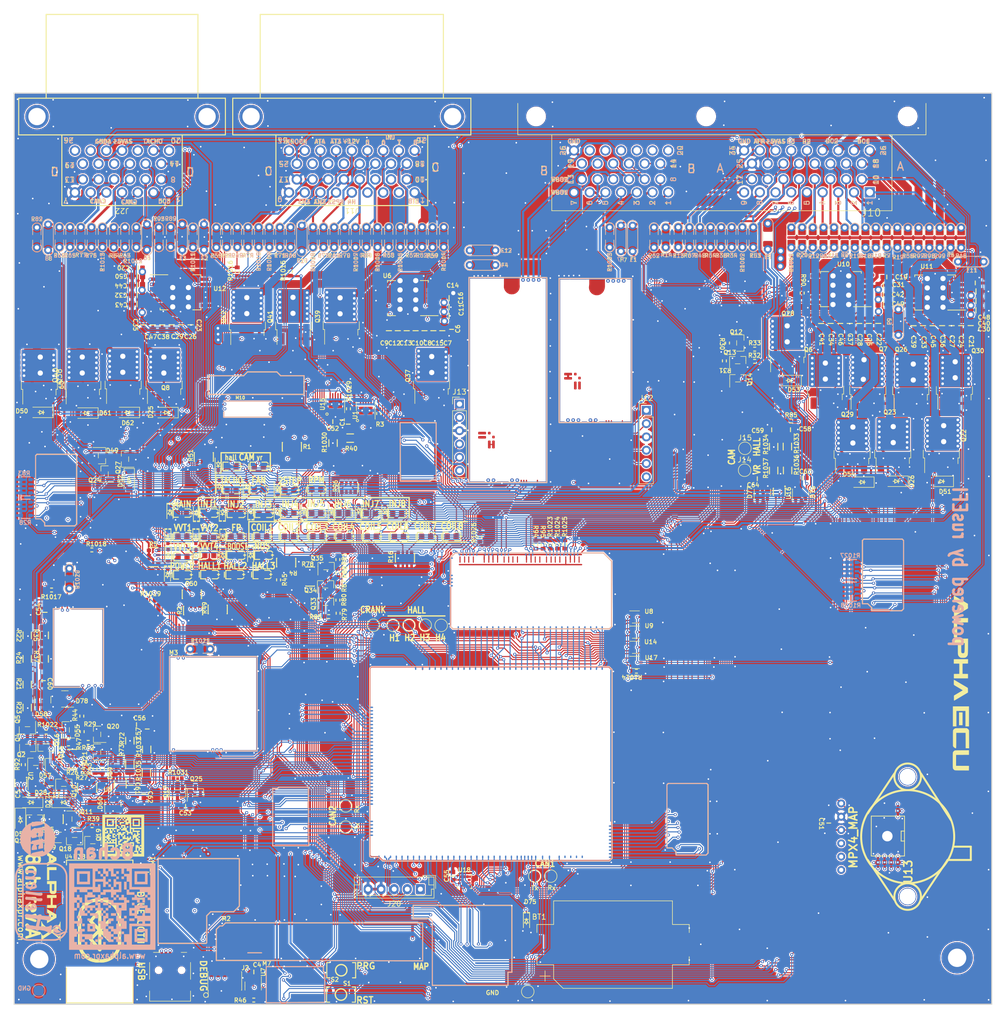
<source format=kicad_pcb>
(kicad_pcb (version 20211014) (generator pcbnew)

  (general
    (thickness 1.6)
  )

  (paper "A")
  (title_block
    (title "alpha8ch")
    (date "2022-12-17")
    (rev "a")
  )

  (layers
    (0 "F.Cu" signal)
    (1 "In1.Cu" signal)
    (2 "In2.Cu" signal)
    (31 "B.Cu" signal)
    (32 "B.Adhes" user "B.Adhesive")
    (33 "F.Adhes" user "F.Adhesive")
    (34 "B.Paste" user)
    (35 "F.Paste" user)
    (36 "B.SilkS" user "B.Silkscreen")
    (37 "F.SilkS" user "F.Silkscreen")
    (38 "B.Mask" user)
    (39 "F.Mask" user)
    (40 "Dwgs.User" user "User.Drawings")
    (41 "Cmts.User" user "User.Comments")
    (42 "Eco1.User" user "User.Eco1")
    (43 "Eco2.User" user "User.Eco2")
    (44 "Edge.Cuts" user)
    (45 "Margin" user)
    (46 "B.CrtYd" user "B.Courtyard")
    (47 "F.CrtYd" user "F.Courtyard")
    (48 "B.Fab" user)
    (49 "F.Fab" user)
  )

  (setup
    (stackup
      (layer "F.SilkS" (type "Top Silk Screen"))
      (layer "F.Paste" (type "Top Solder Paste"))
      (layer "F.Mask" (type "Top Solder Mask") (color "Green") (thickness 0.01))
      (layer "F.Cu" (type "copper") (thickness 0.035))
      (layer "dielectric 1" (type "core") (thickness 0.35) (material "FR4") (epsilon_r 4.5) (loss_tangent 0.02))
      (layer "In1.Cu" (type "copper") (thickness 0.018))
      (layer "dielectric 2" (type "prepreg") (thickness 0.774) (material "FR4") (epsilon_r 4.5) (loss_tangent 0.02))
      (layer "In2.Cu" (type "copper") (thickness 0.018))
      (layer "dielectric 3" (type "core") (thickness 0.35) (material "FR4") (epsilon_r 4.5) (loss_tangent 0.02))
      (layer "B.Cu" (type "copper") (thickness 0.035))
      (layer "B.Mask" (type "Bottom Solder Mask") (color "Green") (thickness 0.01))
      (layer "B.Paste" (type "Bottom Solder Paste"))
      (layer "B.SilkS" (type "Bottom Silk Screen"))
      (copper_finish "None")
      (dielectric_constraints no)
    )
    (pad_to_mask_clearance 0)
    (aux_axis_origin 21.1 170.7)
    (pcbplotparams
      (layerselection 0x00310f8_ffffffff)
      (disableapertmacros true)
      (usegerberextensions true)
      (usegerberattributes false)
      (usegerberadvancedattributes true)
      (creategerberjobfile false)
      (svguseinch false)
      (svgprecision 6)
      (excludeedgelayer true)
      (plotframeref false)
      (viasonmask false)
      (mode 1)
      (useauxorigin true)
      (hpglpennumber 1)
      (hpglpenspeed 20)
      (hpglpendiameter 15.000000)
      (dxfpolygonmode true)
      (dxfimperialunits true)
      (dxfusepcbnewfont true)
      (psnegative false)
      (psa4output false)
      (plotreference true)
      (plotvalue false)
      (plotinvisibletext false)
      (sketchpadsonfab false)
      (subtractmaskfromsilk false)
      (outputformat 1)
      (mirror false)
      (drillshape 0)
      (scaleselection 1)
      (outputdirectory "gerber/")
    )
  )

  (net 0 "")
  (net 1 "GND")
  (net 2 "/IN_CRANK")
  (net 3 "+12V")
  (net 4 "/NRESET")
  (net 5 "unconnected-(J1-Pad4)")
  (net 6 "Net-(D12-Pad1)")
  (net 7 "/VBUS")
  (net 8 "Net-(D13-Pad1)")
  (net 9 "Net-(D14-Pad1)")
  (net 10 "Net-(D15-Pad1)")
  (net 11 "Net-(D28-Pad1)")
  (net 12 "unconnected-(M5-PadJ16)")
  (net 13 "unconnected-(M5-PadJ15)")
  (net 14 "+12V_ETB")
  (net 15 "Net-(D16-Pad1)")
  (net 16 "+5VA")
  (net 17 "Net-(D2-Pad1)")
  (net 18 "Net-(BT1-Pad1)")
  (net 19 "Net-(D3-Pad1)")
  (net 20 "/INJ1")
  (net 21 "/INJ2")
  (net 22 "/MAP2")
  (net 23 "/USB+")
  (net 24 "/USB-")
  (net 25 "+5V")
  (net 26 "/IGN1")
  (net 27 "/IGN2")
  (net 28 "Net-(D1-Pad1)")
  (net 29 "/VIGN")
  (net 30 "/BOOT0")
  (net 31 "/OUT_IGN1")
  (net 32 "/OUT_IGN2")
  (net 33 "+3V3")
  (net 34 "/OUT_INJ2")
  (net 35 "/OUT_INJ1")
  (net 36 "/OUT_NOS")
  (net 37 "/PWR_5VA")
  (net 38 "/PWR_3V3")
  (net 39 "/PWR_5V")
  (net 40 "/IN_2STEP")
  (net 41 "/OUT_FAN_RELAY")
  (net 42 "/OUT_TACH")
  (net 43 "/IN_CAM_HALL")
  (net 44 "Net-(D18-Pad2)")
  (net 45 "Net-(D19-Pad2)")
  (net 46 "Net-(D17-Pad1)")
  (net 47 "/IN_HALL2")
  (net 48 "+5V_IGN")
  (net 49 "+3V3_IGN")
  (net 50 "+12V_RAW")
  (net 51 "/IN_HALL3")
  (net 52 "/IN_HALL4")
  (net 53 "Net-(C60-Pad1)")
  (net 54 "/OUT_PUMP_RELAY")
  (net 55 "/A4")
  (net 56 "/A3")
  (net 57 "/A2")
  (net 58 "/SWDIO")
  (net 59 "/SWCLK")
  (net 60 "/SWO")
  (net 61 "unconnected-(J2-Pad7)")
  (net 62 "unconnected-(J2-Pad8)")
  (net 63 "/OUT_IGN3")
  (net 64 "Net-(D23-Pad2)")
  (net 65 "/IN_CRANK-")
  (net 66 "/IN_CRANK+")
  (net 67 "Net-(C61-Pad1)")
  (net 68 "Net-(C62-Pad1)")
  (net 69 "Net-(C63-Pad1)")
  (net 70 "Net-(C64-Pad1)")
  (net 71 "/OUT_IGN4")
  (net 72 "Net-(D24-Pad2)")
  (net 73 "Net-(D33-Pad1)")
  (net 74 "unconnected-(M5-PadE3)")
  (net 75 "unconnected-(M5-PadE4)")
  (net 76 "GNDA")
  (net 77 "/OUT_VVT3")
  (net 78 "unconnected-(M5-PadJ17)")
  (net 79 "/OUT_VVT4")
  (net 80 "/IN_AFR")
  (net 81 "/IN_CAM_VR")
  (net 82 "/AFR")
  (net 83 "Net-(D34-Pad1)")
  (net 84 "Net-(D35-Pad2)")
  (net 85 "+12V_DC1")
  (net 86 "/HALL3")
  (net 87 "Net-(D37-Pad1)")
  (net 88 "/OUT_BOOST")
  (net 89 "/2STEP")
  (net 90 "Net-(D38-Pad1)")
  (net 91 "Net-(D38-Pad2)")
  (net 92 "Net-(D20-Pad2)")
  (net 93 "/OUT_VVT1")
  (net 94 "Net-(D40-Pad1)")
  (net 95 "/OUT_VVT2")
  (net 96 "Net-(D41-Pad1)")
  (net 97 "/OUT_MAIN_LS")
  (net 98 "Net-(D57-Pad3)")
  (net 99 "unconnected-(M5-PadS14)")
  (net 100 "/OUT_INJ3")
  (net 101 "Net-(D42-Pad1)")
  (net 102 "/OUT_LS8")
  (net 103 "/OUT_INJ4")
  (net 104 "/OUT_LS7")
  (net 105 "/OUT_IGN5")
  (net 106 "Net-(D63-Pad2)")
  (net 107 "/OUT_IGN6")
  (net 108 "/TACH_PULLUP")
  (net 109 "unconnected-(M5-PadJ18)")
  (net 110 "unconnected-(D49-Pad3)")
  (net 111 "Net-(D64-Pad2)")
  (net 112 "/CRANK_P_PULLUP")
  (net 113 "/OUT_IGN7")
  (net 114 "/FAN_RELAY")
  (net 115 "/PUMP_RELAY")
  (net 116 "/TACH")
  (net 117 "Net-(D65-Pad2)")
  (net 118 "/IN_VIGN")
  (net 119 "/THRESHOLD_VR_CM")
  (net 120 "/CAM_PULLDOWN")
  (net 121 "/HALL1")
  (net 122 "/VR_ANALOG_CM")
  (net 123 "/IN_CAM_VR-")
  (net 124 "/IN_CAM_VR+")
  (net 125 "/IGN4")
  (net 126 "/IGN3")
  (net 127 "unconnected-(M5-PadJ8)")
  (net 128 "unconnected-(M5-PadJ23)")
  (net 129 "unconnected-(M5-PadJ24)")
  (net 130 "/HALL2")
  (net 131 "/TLS115_PG")
  (net 132 "unconnected-(M5-PadJ25)")
  (net 133 "unconnected-(M5-PadJ26)")
  (net 134 "/OUT_IGN8")
  (net 135 "/A8")
  (net 136 "/B2")
  (net 137 "Net-(D66-Pad2)")
  (net 138 "Net-(D67-Pad1)")
  (net 139 "unconnected-(J10-Pad52)")
  (net 140 "/OUT_INJ5")
  (net 141 "/B8")
  (net 142 "/C1")
  (net 143 "unconnected-(J11-Pad2)")
  (net 144 "unconnected-(J11-Pad3)")
  (net 145 "unconnected-(J11-Pad4)")
  (net 146 "/C5")
  (net 147 "/C6")
  (net 148 "/C7")
  (net 149 "/C8")
  (net 150 "Net-(Q4-Pad3)")
  (net 151 "Net-(D78-Pad3)")
  (net 152 "/TPS1")
  (net 153 "/CAM_VR")
  (net 154 "/FLEX")
  (net 155 "/PPS2")
  (net 156 "Net-(R21-Pad1)")
  (net 157 "Net-(R22-Pad1)")
  (net 158 "Net-(D68-Pad1)")
  (net 159 "/+12V_LIM")
  (net 160 "unconnected-(D55-Pad2)")
  (net 161 "Net-(Q13-Pad2)")
  (net 162 "Net-(R35-Pad1)")
  (net 163 "/TPS2")
  (net 164 "unconnected-(U1-Pad2)")
  (net 165 "unconnected-(U4-Pad5)")
  (net 166 "unconnected-(U4-Pad6)")
  (net 167 "/TEMP_PULLUP")
  (net 168 "Net-(Q14-Pad2)")
  (net 169 "/OUT_INJ6")
  (net 170 "/CAM_HALL")
  (net 171 "/VREF2")
  (net 172 "Net-(D69-Pad1)")
  (net 173 "/OUT_INJ7")
  (net 174 "Net-(D70-Pad1)")
  (net 175 "Net-(D10-Pad1)")
  (net 176 "Net-(D11-Pad1)")
  (net 177 "/PWR_EN")
  (net 178 "Net-(Q18-Pad1)")
  (net 179 "/OUT_INJ8")
  (net 180 "Net-(Q1-Pad2)")
  (net 181 "Net-(Q2-Pad2)")
  (net 182 "Net-(Q12-Pad2)")
  (net 183 "unconnected-(M1-PadV2)")
  (net 184 "/UART_TX")
  (net 185 "/UART_RX")
  (net 186 "+5VAS")
  (net 187 "/2STEP_PULLDOWN")
  (net 188 "Net-(Q20-Pad2)")
  (net 189 "Net-(Q21-Pad2)")
  (net 190 "Net-(D75-Pad1)")
  (net 191 "/WAKEUP")
  (net 192 "/B1")
  (net 193 "/OUT_MAIN_HS")
  (net 194 "/D14")
  (net 195 "/IN_D2")
  (net 196 "/IN_D3")
  (net 197 "/IN_D4")
  (net 198 "/IN_TPS1")
  (net 199 "/IN_TPS2")
  (net 200 "/IN_PPS2")
  (net 201 "/IN_FLEX")
  (net 202 "/IN_PPS1")
  (net 203 "/NOS")
  (net 204 "/MAIN")
  (net 205 "/ETB_PWM")
  (net 206 "/BOOST")
  (net 207 "/THRESHOLD_VR_CR")
  (net 208 "/VVT1")
  (net 209 "/VVT2")
  (net 210 "/INJ3")
  (net 211 "/INJ4")
  (net 212 "/D2_PULLDOWN")
  (net 213 "/D3_PULLDOWN")
  (net 214 "/D4_PULLDOWN")
  (net 215 "/ETB_DIR")
  (net 216 "/ETB_DIS")
  (net 217 "/VR_ANALOG_CR")
  (net 218 "/DIG4")
  (net 219 "/DIG3")
  (net 220 "/DIG2")
  (net 221 "/A5")
  (net 222 "/D15")
  (net 223 "/CAN1_RX")
  (net 224 "/CAN1_TX")
  (net 225 "/A1")
  (net 226 "unconnected-(J10-Pad6)")
  (net 227 "/A9")
  (net 228 "/A10")
  (net 229 "/A11")
  (net 230 "/A12")
  (net 231 "/A13")
  (net 232 "/A14")
  (net 233 "/A15")
  (net 234 "/A16")
  (net 235 "/A17")
  (net 236 "Net-(Q33-Pad2)")
  (net 237 "Net-(Q34-Pad2)")
  (net 238 "Net-(Q35-Pad2)")
  (net 239 "unconnected-(R49-Pad5)")
  (net 240 "/OUT_ETB+")
  (net 241 "/OUT_ETB-")
  (net 242 "Net-(R72-Pad1)")
  (net 243 "/A18")
  (net 244 "/A19")
  (net 245 "unconnected-(U6-Pad3)")
  (net 246 "unconnected-(J7-Pad1)")
  (net 247 "unconnected-(J8-Pad1)")
  (net 248 "Net-(D39-Pad1)")
  (net 249 "/PPS1")
  (net 250 "/A20")
  (net 251 "/A21")
  (net 252 "Net-(D56-Pad2)")
  (net 253 "Net-(Q3-Pad1)")
  (net 254 "Net-(Q4-Pad1)")
  (net 255 "unconnected-(M5-PadJ9)")
  (net 256 "unconnected-(M5-PadJ10)")
  (net 257 "Net-(D1-Pad2)")
  (net 258 "/SD_SCK")
  (net 259 "/SD_MOSI")
  (net 260 "/SD_CS")
  (net 261 "/SD_MISO")
  (net 262 "unconnected-(U1-Pad4)")
  (net 263 "unconnected-(U1-Pad7)")
  (net 264 "unconnected-(U1-Pad9)")
  (net 265 "/A22")
  (net 266 "/A23")
  (net 267 "/A26")
  (net 268 "/A27")
  (net 269 "/A28")
  (net 270 "/A29")
  (net 271 "/A30")
  (net 272 "/A31")
  (net 273 "/A33")
  (net 274 "/WBO1_R_Trim")
  (net 275 "/WBO1_Ip")
  (net 276 "/WBO1_Vs{slash}Ip")
  (net 277 "/WBO1_Vs")
  (net 278 "/WBO1_H-")
  (net 279 "/WBO2_R_Trim")
  (net 280 "/WBO2_Ip")
  (net 281 "/WBO2_Vs{slash}Ip")
  (net 282 "/WBO2_Vs")
  (net 283 "/WBO2_H-")
  (net 284 "/C27")
  (net 285 "/C10")
  (net 286 "/C13")
  (net 287 "/C18")
  (net 288 "/C21")
  (net 289 "/C26")
  (net 290 "/C28")
  (net 291 "/C29")
  (net 292 "/C34")
  (net 293 "/C30")
  (net 294 "/C31")
  (net 295 "/C32")
  (net 296 "/C33")
  (net 297 "/D8")
  (net 298 "/D9")
  (net 299 "/D10")
  (net 300 "/D16")
  (net 301 "/D21")
  (net 302 "Net-(J12-Pad1)")
  (net 303 "Net-(J12-Pad2)")
  (net 304 "Net-(J12-Pad4)")
  (net 305 "Net-(J12-Pad5)")
  (net 306 "unconnected-(J12-Pad6)")
  (net 307 "Net-(J13-Pad1)")
  (net 308 "Net-(J13-Pad2)")
  (net 309 "Net-(J13-Pad4)")
  (net 310 "Net-(J13-Pad5)")
  (net 311 "unconnected-(J13-Pad6)")
  (net 312 "/HALL4")
  (net 313 "/IGN8")
  (net 314 "/IGN7")
  (net 315 "/IGN6")
  (net 316 "/IGN5")
  (net 317 "unconnected-(M5-PadJ3)")
  (net 318 "unconnected-(M5-PadJ7)")
  (net 319 "unconnected-(M5-PadJ11)")
  (net 320 "unconnected-(M5-PadJ12)")
  (net 321 "/AT3")
  (net 322 "/AN5")
  (net 323 "/AN4")
  (net 324 "/AT4")
  (net 325 "/AN3")
  (net 326 "/MAP1")
  (net 327 "/AT1")
  (net 328 "/AT2")
  (net 329 "/AN2")
  (net 330 "/AN6")
  (net 331 "/AN1")
  (net 332 "/KNOCK1")
  (net 333 "/KNOCK2")
  (net 334 "/IN_KNOCK2")
  (net 335 "/IN_AN6")
  (net 336 "/IN_KNOCK1")
  (net 337 "/IN_AN1")
  (net 338 "/IN_AN2")
  (net 339 "/IN_MAP1")
  (net 340 "/ONBOARD_MAP")
  (net 341 "/IN_AT2")
  (net 342 "/IN_AT1")
  (net 343 "/IN_AN3")
  (net 344 "/IN_AN4")
  (net 345 "/IN_AN5")
  (net 346 "/IN_AT4")
  (net 347 "/IN_AT3")
  (net 348 "/AMUX")
  (net 349 "/DC3_PWM")
  (net 350 "/CAN2_RX")
  (net 351 "/CAN2_TX")
  (net 352 "/DC3_DIR")
  (net 353 "/LS7")
  (net 354 "/LS8")
  (net 355 "/VVT4")
  (net 356 "/VVT3")
  (net 357 "/INJ5")
  (net 358 "/INJ6")
  (net 359 "/INJ7")
  (net 360 "/INJ8")
  (net 361 "Net-(M6-PadN1)")
  (net 362 "/DC2_PWM")
  (net 363 "/DC2_DIR")
  (net 364 "/DC1_DIR")
  (net 365 "/DC1_PWM")
  (net 366 "/I2C_SDA")
  (net 367 "/I2C_SCL")
  (net 368 "unconnected-(M6-PadN33)")
  (net 369 "unconnected-(M6-PadN34)")
  (net 370 "unconnected-(M6-PadN35)")
  (net 371 "unconnected-(M6-PadN36)")
  (net 372 "/AT2_4")
  (net 373 "/AT1_3")
  (net 374 "/AN3_4")
  (net 375 "/AN5_6")
  (net 376 "/CAN1-")
  (net 377 "/CAN1+")
  (net 378 "/IN_KNOCK_RAW2")
  (net 379 "/IN_KNOCK_RAW1")
  (net 380 "Net-(M11-PadJ1)")
  (net 381 "unconnected-(M11-PadJ2)")
  (net 382 "unconnected-(M11-PadJ_GND2)")
  (net 383 "unconnected-(M11-PadJ_VCC1)")
  (net 384 "unconnected-(M11-PadJ_VCC2)")
  (net 385 "/MCU_LS7")
  (net 386 "unconnected-(M12-PadJ1)")
  (net 387 "Net-(M12-PadJ2)")
  (net 388 "unconnected-(M12-PadJ_GND1)")
  (net 389 "unconnected-(M12-PadJ_GND2)")
  (net 390 "unconnected-(M12-PadJ_VCC1)")
  (net 391 "/WCAN2_VIO")
  (net 392 "/WCAN2_RX")
  (net 393 "/WCAN2_TX")
  (net 394 "/CAN2-")
  (net 395 "/CAN2+")
  (net 396 "Net-(Q15-Pad1)")
  (net 397 "Net-(Q17-Pad1)")
  (net 398 "unconnected-(R26-Pad3)")
  (net 399 "unconnected-(R26-Pad4)")
  (net 400 "/OUT_DC1+")
  (net 401 "unconnected-(R78-Pad4)")
  (net 402 "/OUT_DC3+")
  (net 403 "/OUT_DC3-")
  (net 404 "/OUT_DC1-")
  (net 405 "/OUT_DC2+")
  (net 406 "/OUT_DC2-")
  (net 407 "/MCU_LS8")
  (net 408 "/MCU_BOOST")
  (net 409 "unconnected-(U10-Pad3)")
  (net 410 "unconnected-(U11-Pad3)")
  (net 411 "unconnected-(U12-Pad3)")
  (net 412 "unconnected-(U13-Pad4)")
  (net 413 "unconnected-(U13-Pad5)")
  (net 414 "unconnected-(U13-Pad6)")
  (net 415 "unconnected-(U15-Pad2)")
  (net 416 "unconnected-(U15-Pad4)")
  (net 417 "unconnected-(U15-Pad7)")
  (net 418 "unconnected-(U15-Pad9)")
  (net 419 "unconnected-(U18-Pad7)")
  (net 420 "unconnected-(J10-Pad53)")
  (net 421 "unconnected-(J10-Pad54)")
  (net 422 "unconnected-(J10-Pad55)")
  (net 423 "unconnected-(J10-Pad56)")
  (net 424 "unconnected-(J10-Pad57)")
  (net 425 "unconnected-(J10-Pad58)")
  (net 426 "unconnected-(J10-Pad59)")
  (net 427 "/D2")
  (net 428 "/MCU_VVT4")
  (net 429 "+12V_DC2")
  (net 430 "+12V_DC3")
  (net 431 "Net-(D36-Pad2)")
  (net 432 "unconnected-(M11-PadW9)")
  (net 433 "/MCU_VVT1")
  (net 434 "/MCU_FAN_RELAY")
  (net 435 "/MCU_INJ1")
  (net 436 "/MCU_INJ2")
  (net 437 "/MCU_VVT3")
  (net 438 "/MCU_VVT2")
  (net 439 "/MCU_INJ3")
  (net 440 "/MCU_INJ4")
  (net 441 "/MCU_INJ5")
  (net 442 "/MCU_INJ6")
  (net 443 "/MCU_INJ7")
  (net 444 "/MCU_INJ8")
  (net 445 "unconnected-(M11-PadW2)")
  (net 446 "Net-(R1029-Pad2)")
  (net 447 "Net-(R1032-Pad1)")
  (net 448 "Net-(R1033-Pad1)")
  (net 449 "Net-(R1034-Pad1)")
  (net 450 "unconnected-(J11-Pad11)")
  (net 451 "unconnected-(J11-Pad12)")
  (net 452 "/C15")
  (net 453 "/C16")
  (net 454 "/C19")
  (net 455 "/C20")
  (net 456 "unconnected-(J11-Pad22)")
  (net 457 "unconnected-(J11-Pad23)")
  (net 458 "unconnected-(J11-Pad24)")
  (net 459 "/D12")
  (net 460 "/D1")
  (net 461 "/D3")
  (net 462 "/D4")
  (net 463 "/D5")
  (net 464 "/D6")
  (net 465 "/D11")
  (net 466 "/D13")
  (net 467 "unconnected-(J22-Pad17)")
  (net 468 "unconnected-(J22-Pad18)")
  (net 469 "unconnected-(J22-Pad19)")
  (net 470 "unconnected-(J22-Pad20)")
  (net 471 "unconnected-(J22-Pad22)")
  (net 472 "unconnected-(J22-Pad25)")
  (net 473 "unconnected-(J22-Pad26)")

  (footprint "hellen-one-ign8-0.2:ign8" (layer "F.Cu") (at 153.710111 128.428146 180))

  (footprint "hellen-one-common:SOD-123" (layer "F.Cu") (at 169.27 51.605 180))

  (footprint "hellen-one-common:PAD-0805-PAD" (layer "F.Cu") (at 179.8 24.32 90))

  (footprint "hellen-one-common:SOD-323" (layer "F.Cu") (at 91.932503 76.518502 90))

  (footprint "hellen-one-common:C0603" (layer "F.Cu") (at 204.75 32.985007 180))

  (footprint "rusefi_lib-connectors:6473423-1" (layer "F.Cu") (at 41.72 1.2 180))

  (footprint "hellen-one-common:R0603" (layer "F.Cu") (at 34.1 118.64999 -90))

  (footprint "hellen-one-common:R0603" (layer "F.Cu") (at 140 107.1 180))

  (footprint "hellen-one-common:C0603" (layer "F.Cu") (at 187.84 31.855007 180))

  (footprint "hellen-one-common:R0603" (layer "F.Cu") (at 171.68 34.9 -90))

  (footprint "hellen-one-common:C0805" (layer "F.Cu") (at 53.01 40.96 -90))

  (footprint "hellen-one-common:R0603-4" (layer "F.Cu") (at 55.3 95.51 90))

  (footprint "hellen-one-common:C0805" (layer "F.Cu") (at 44.63 33.42))

  (footprint "hellen-one-common:LED-0603" (layer "F.Cu") (at 68.45 88.6))

  (footprint "hellen-one-common:C0805" (layer "F.Cu") (at 187.18 37.03 180))

  (footprint "hellen-one-common:R0603-4" (layer "F.Cu") (at 73.08 86.36 90))

  (footprint "hellen-one-common:SOD-323" (layer "F.Cu") (at 60.100001 67.588499 90))

  (footprint "Package_TO_SOT_SMD:SOT-363_SC-70-6" (layer "F.Cu") (at 139.9 96.75))

  (footprint "hellen-one-common:C0603" (layer "F.Cu") (at 46.5 145.48 -90))

  (footprint "hellen-one-common:SOD-323" (layer "F.Cu") (at 65.452503 71.758502 90))

  (footprint "hellen-one-common:R0603" (layer "F.Cu") (at 82.96 91.03 -90))

  (footprint "hellen-one-common:PAD-0805-PAD" (layer "F.Cu") (at 48.768 24.24 -90))

  (footprint "hellen-one-common:R0603" (layer "F.Cu") (at 122.17 82.91 90))

  (footprint "MountingHole:MountingHole_4.5mm_Pad" (layer "F.Cu") (at 25.903 162.081))

  (footprint "hellen-one-common:LED-0603" (layer "F.Cu") (at 58.45 88.61))

  (footprint "hellen-one-common:PAD-0805-PAD" (layer "F.Cu") (at 101.05 24.25 -90))

  (footprint "hellen-one-common:PAD-0805-PAD" (layer "F.Cu") (at 175.75 24.3 90))

  (footprint "hellen-one-common:PAD-0805-PAD" (layer "F.Cu") (at 73.914 24.24 90))

  (footprint "hellen-one-common:R1206" (layer "F.Cu") (at 166.22 64.23999 90))

  (footprint "hellen-one-common:R1206" (layer "F.Cu") (at 23.6 109.64999 90))

  (footprint "Package_SO:Infineon_PG-DSO-12-11" (layer "F.Cu") (at 179.0774 34.147978 180))

  (footprint "TestPoint:TestPoint_Pad_D2.0mm" (layer "F.Cu") (at 123.63 146.23))

  (footprint "hellen-one-common:PAD-0805-PAD" (layer "F.Cu") (at 25.45 24.28 -90))

  (footprint "hellen-one-common:SOT-23" (layer "F.Cu") (at 37.8395 65.9495))

  (footprint "hellen-one-common:PAD-1206-PAD" (layer "F.Cu") (at 110.6 29.55 180))

  (footprint "hellen-one-common:SOT-23" (layer "F.Cu") (at 159.36 47.75 90))

  (footprint "hellen-one-common:PAD-0805-PAD" (layer "F.Cu") (at 61.722 24.24 90))

  (footprint "hellen-one-common:C0805" (layer "F.Cu") (at 44.59 37.01 180))

  (footprint "hellen-one-common:SOD-323" (layer "F.Cu") (at 60.300001 71.789998 -90))

  (footprint "hellen-one-common:LED-0603" (layer "F.Cu") (at 58.3 76.86))

  (footprint "Package_TO_SOT_SMD:SOT-23" (layer "F.Cu") (at 30.8 112.4 180))

  (footprint "hellen-one-common:C0603" (layer "F.Cu") (at 165.85 61.03999 180))

  (footprint "hellen-one-common:C0603" (layer "F.Cu") (at 84.95 59.93 -90))

  (footprint "hellen-one-common:DPAK" (layer "F.Cu") (at 181.215 63.985 90))

  (footprint "hellen-one-common:SMD-2_2.9x3.9x1.7" (layer "F.Cu") (at 83.55 168.85 180))

  (footprint "hellen-one-common:C0805" (layer "F.Cu") (at 44.62 35.22))

  (footprint "hellen-one-common:SOD-323" (layer "F.Cu") (at 55.82 81.63 -90))

  (footprint "Package_TO_SOT_SMD:SOT-363_SC-70-6" (layer "F.Cu") (at 139.91 102.55))

  (footprint "hellen-one-common:C0603" (layer "F.Cu") (at 66.9 164.55 180))

  (footprint "hellen-one-common:SOT-23" (layer "F.Cu") (at 24.35 139.34999 90))

  (footprint "hellen-one-common:R1206" (layer "F.Cu") (at 23.6 104.74999 90))

  (footprint "hellen-one-common:R0603-4" (layer "F.Cu") (at 55.05 92.41 90))

  (footprint "hellen-one-common:C0603" (layer "F.Cu") (at 171.7 70.18999))

  (footprint "hellen-one-common:SOT-363" (layer "F.Cu") (at 41.39 128.69 -90))

  (footprint "hellen-one-common:DPAK" (layer "F.Cu") (at 83.6 40.49 90))

  (footprint "hellen-one-common:PAD-0805-PAD" (layer "F.Cu") (at 160.25 24.24 90))

  (footprint "hellen-one-sd-0.1:sd" (layer "F.Cu") (at 97.252501 167.190187))

  (footprint "hellen-one-common:PAD-0805-PAD" (layer "F.Cu") (at 86.33 24.250021 90))

  (footprint "hellen-one-common:SOD-123" (layer "F.Cu")
    (tedit 61C5D7AE) (tstamp 2e6f7d49-2ac1-4eb4-a73f-631dd2ef7f2f)
    (at 24.35 132.14999 180)
    (descr "SOD-123")
    (tags "SOD-123")
    (property "LCSC" "C8598")
    (property "Sheetfile" "alphax_8ch.kicad_sch")
    (property "Sheetname" "")
    (path "/073c368e-e01b-4d88-863f-aa116f3f1dd2")
    (attr smd)
    (fp_text reference "D28" (at -1.85 1.84999) (layer "F.SilkS")
      (effects (font (size 0.82 0.82) (thickness 0.17)))
      (tstamp e0e125f2-b9a4-421b-945a-43b10dd20b2e)
    )
    (fp_text value "B5819W" (at 0 2.1) (layer "F.Fab")
      (effects (font (size 1 1) (thickness 0.15)))
      (tstamp 874930f0-962a-4348-aebe-63ff66738b83)
    )
    (fp_text user "${REFERENCE}" (at 0 -2) (layer "F.Fab")
      (effects (font (size 1 1) (thickness 0.15)))
      (tstamp cb5ece8e-5385-4b67-8147-d2b53e37576d)
    )
    (fp_line (start 0.35 0.35) (end 0.35 -0.35) (layer "F.SilkS") (width 0.17) (tstamp 3a6b000c-7fdf-4731-a637-a695bdd9a7ae))
    (fp_line (start 0.35 0) (end 0.65 0) (layer "F.SilkS") (width 0.17) (tstamp 501b0c0b-a7bc-451e-9580-ad68556addc3))
    (fp_line (start -2.25 -1) (end 1.65 -1) (layer "F.SilkS") (width 0.12) (tstamp 5077a3ca-abc5-46b4-bf57-3155f1307b3d))
    (fp_line (start -2.25 -1) (end -2.25 1) (layer "F.SilkS") (width 0.12) (tstamp 55e62144-57a8-410b-b7ba-e94b884d35ab))
    (fp_line (start -2.25 1) (end 1.65 1) (layer "F.SilkS") (width 0.12) (tstamp 86e2a8e7-5628-4900-b6e4-1bd033b65974))
    (fp_line (start -0.35 0) (end 0.35 -0.35) (layer "F.SilkS") (width 0.17) (tstamp 9b302e26
... [11530063 chars truncated]
</source>
